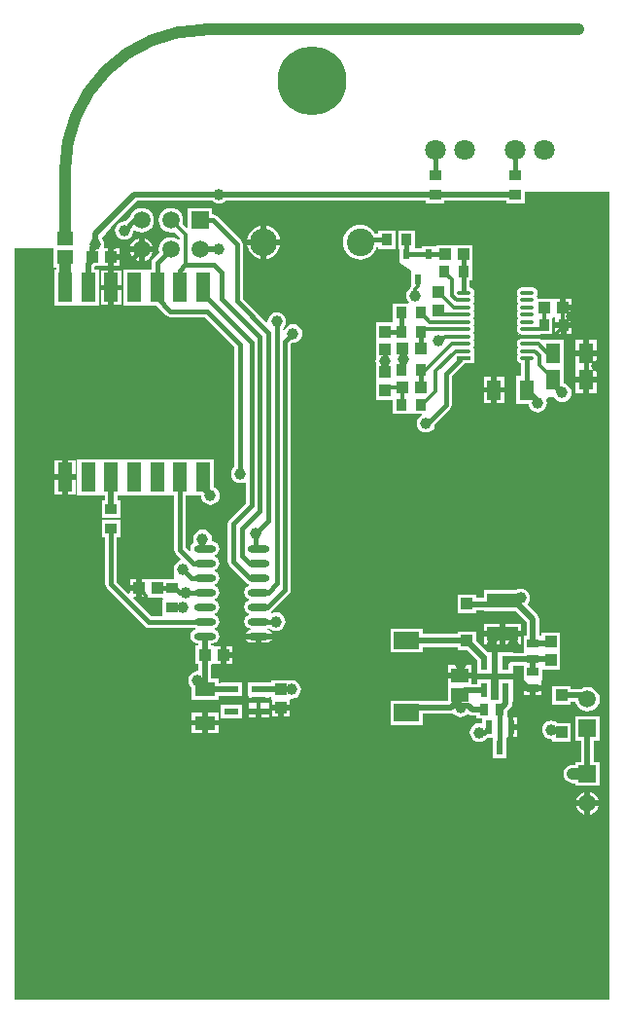
<source format=gbl>
G04 Layer_Physical_Order=2*
G04 Layer_Color=16711680*
%FSLAX43Y43*%
%MOMM*%
G71*
G01*
G75*
%ADD12C,0.500*%
%ADD13C,0.400*%
%ADD14C,1.000*%
%ADD18C,1.800*%
%ADD19C,2.400*%
%ADD20R,1.500X1.500*%
%ADD21C,1.500*%
%ADD22R,1.500X1.500*%
%ADD23C,1.000*%
%ADD24C,6.000*%
%ADD25R,1.000X1.000*%
%ADD26R,1.000X1.000*%
%ADD27R,1.000X0.900*%
%ADD28R,0.600X1.200*%
%ADD29R,1.500X1.300*%
%ADD30R,0.720X0.990*%
%ADD31R,0.600X1.300*%
%ADD32R,2.200X1.500*%
%ADD33R,1.200X0.300*%
%ADD34O,1.200X0.300*%
%ADD35R,1.300X0.600*%
%ADD36O,1.900X0.600*%
%ADD37R,1.300X2.500*%
%ADD38R,2.700X1.300*%
%ADD39R,0.990X0.720*%
%ADD40R,1.300X1.800*%
%ADD41R,1.400X1.200*%
%ADD42R,1.800X1.300*%
%ADD43R,0.900X1.000*%
%ADD44R,0.600X0.850*%
%ADD45C,0.300*%
%ADD46C,0.350*%
G36*
X51881Y119D02*
X119D01*
Y65483D01*
X3500Y65483D01*
Y63819D01*
X3693D01*
Y63600D01*
X3550D01*
Y60500D01*
X5450D01*
Y60500D01*
X5550D01*
Y60500D01*
X7450D01*
Y63600D01*
X7061D01*
Y63868D01*
X7112Y63919D01*
X7700D01*
Y63919D01*
X7746Y63965D01*
X8250D01*
Y64719D01*
Y65473D01*
X7945D01*
X7884Y65564D01*
X7881Y65600D01*
X7907Y65800D01*
X7879Y66009D01*
X7799Y66203D01*
X7718Y66309D01*
X8798Y67655D01*
X10741Y69598D01*
X17322D01*
X17329Y69588D01*
X17497Y69460D01*
X17691Y69379D01*
X17900Y69352D01*
X18109Y69379D01*
X18303Y69460D01*
X18471Y69588D01*
X18478Y69598D01*
X35930D01*
Y69400D01*
X37530D01*
Y69589D01*
X42930D01*
Y69400D01*
X44530D01*
Y70400D01*
X51881D01*
Y119D01*
D02*
G37*
%LPC*%
G36*
X11160Y68968D02*
X10886Y68932D01*
X10630Y68826D01*
X10411Y68658D01*
X10243Y68438D01*
X10172Y68268D01*
X9720Y67816D01*
X9644Y67826D01*
X9435Y67798D01*
X9241Y67718D01*
X9073Y67589D01*
X8945Y67422D01*
X8865Y67228D01*
X8837Y67019D01*
X8865Y66810D01*
X8945Y66615D01*
X9073Y66448D01*
X9241Y66320D01*
X9435Y66239D01*
X9644Y66212D01*
X9853Y66239D01*
X10047Y66320D01*
X10215Y66448D01*
X10343Y66615D01*
X10423Y66810D01*
X10445Y66974D01*
X10547Y67030D01*
X10576Y67033D01*
X10630Y66992D01*
X10886Y66886D01*
X11160Y66850D01*
X11434Y66886D01*
X11690Y66992D01*
X11909Y67160D01*
X12077Y67379D01*
X12183Y67635D01*
X12219Y67909D01*
X12183Y68183D01*
X12077Y68438D01*
X11909Y68658D01*
X11690Y68826D01*
X11434Y68932D01*
X11160Y68968D01*
D02*
G37*
G36*
X22050Y67434D02*
Y66250D01*
X23234D01*
X23217Y66380D01*
X23070Y66733D01*
X22837Y67037D01*
X22533Y67270D01*
X22180Y67417D01*
X22050Y67434D01*
D02*
G37*
G36*
X21550D02*
X21420Y67417D01*
X21067Y67270D01*
X20763Y67037D01*
X20530Y66733D01*
X20383Y66380D01*
X20366Y66250D01*
X21550D01*
Y67434D01*
D02*
G37*
G36*
X13700Y68968D02*
X13426Y68932D01*
X13170Y68826D01*
X12951Y68658D01*
X12783Y68438D01*
X12677Y68183D01*
X12641Y67909D01*
X12677Y67635D01*
X12783Y67379D01*
X12951Y67160D01*
X13170Y66992D01*
X13426Y66886D01*
X13700Y66850D01*
X13974Y66886D01*
X14019Y66905D01*
X14486Y66438D01*
Y66250D01*
X14359Y66187D01*
X14230Y66286D01*
X13974Y66392D01*
X13700Y66428D01*
X13426Y66392D01*
X13170Y66286D01*
X12951Y66118D01*
X12783Y65898D01*
X12677Y65643D01*
X12641Y65369D01*
X12677Y65095D01*
X12685Y65075D01*
X12140Y64529D01*
X12029Y64364D01*
X11990Y64169D01*
Y63600D01*
X11577D01*
X11550Y63600D01*
X11450D01*
X11423Y63600D01*
X9550D01*
Y60500D01*
X11423D01*
X11450Y60500D01*
X11550D01*
X11577Y60500D01*
X12447D01*
X13307Y59640D01*
X13473Y59529D01*
X13668Y59490D01*
X16653D01*
X19240Y56903D01*
Y46467D01*
X19179Y46421D01*
X19051Y46253D01*
X18971Y46059D01*
X18943Y45850D01*
X18971Y45641D01*
X19051Y45447D01*
X19179Y45279D01*
X19347Y45151D01*
X19541Y45071D01*
X19750Y45043D01*
X19959Y45071D01*
X20113Y45135D01*
X20240Y45072D01*
Y43314D01*
X18790Y41863D01*
X18679Y41698D01*
X18640Y41503D01*
Y38227D01*
X18679Y38032D01*
X18790Y37867D01*
X20207Y36450D01*
X20259Y36415D01*
X20284Y36377D01*
X20482Y36245D01*
X20508Y36240D01*
Y36110D01*
X20482Y36105D01*
X20284Y35973D01*
X20151Y35774D01*
X20105Y35540D01*
X20151Y35306D01*
X20284Y35107D01*
X20482Y34975D01*
X20508Y34970D01*
Y34840D01*
X20482Y34835D01*
X20284Y34703D01*
X20151Y34504D01*
X20105Y34270D01*
X20151Y34036D01*
X20284Y33837D01*
X20482Y33705D01*
X20508Y33700D01*
Y33570D01*
X20482Y33565D01*
X20284Y33433D01*
X20151Y33234D01*
X20105Y33000D01*
X20151Y32766D01*
X20284Y32567D01*
X20482Y32435D01*
X20626Y32406D01*
Y32277D01*
X20500Y32252D01*
X20317Y32129D01*
X20217Y31980D01*
X21366D01*
X22516D01*
X22416Y32129D01*
X22232Y32252D01*
X22107Y32277D01*
Y32406D01*
X22250Y32435D01*
X22285Y32458D01*
X22307Y32429D01*
X22474Y32301D01*
X22668Y32221D01*
X22877Y32193D01*
X23086Y32221D01*
X23281Y32301D01*
X23448Y32429D01*
X23576Y32597D01*
X23657Y32791D01*
X23684Y33000D01*
X23657Y33209D01*
X23576Y33403D01*
X23448Y33571D01*
X23281Y33699D01*
X23086Y33779D01*
X22877Y33807D01*
X22668Y33779D01*
X22474Y33699D01*
X22352Y33605D01*
X22339Y33611D01*
X22328Y33756D01*
X22449Y33837D01*
X22488Y33897D01*
X22508Y33910D01*
X24010Y35412D01*
X24121Y35578D01*
X24160Y35773D01*
Y57143D01*
X24274Y57257D01*
X24350Y57247D01*
X24559Y57275D01*
X24753Y57355D01*
X24921Y57483D01*
X25049Y57651D01*
X25129Y57845D01*
X25157Y58054D01*
X25129Y58263D01*
X25049Y58457D01*
X24921Y58625D01*
X24753Y58753D01*
X24559Y58833D01*
X24350Y58861D01*
X24141Y58833D01*
X23947Y58753D01*
X23779Y58625D01*
X23651Y58457D01*
X23587Y58302D01*
X23460Y58327D01*
Y58483D01*
X23521Y58529D01*
X23649Y58697D01*
X23729Y58891D01*
X23757Y59100D01*
X23729Y59309D01*
X23649Y59503D01*
X23521Y59671D01*
X23353Y59799D01*
X23159Y59879D01*
X22950Y59907D01*
X22741Y59879D01*
X22547Y59799D01*
X22379Y59671D01*
X22251Y59503D01*
X22171Y59309D01*
X22143Y59100D01*
X22144Y59092D01*
X22024Y59033D01*
X19960Y61097D01*
Y65833D01*
X19921Y66028D01*
X19810Y66193D01*
X19103Y66900D01*
X17734Y68269D01*
X17569Y68380D01*
X17374Y68419D01*
X17290D01*
Y68959D01*
X15190D01*
Y67270D01*
X15073Y67221D01*
X14704Y67590D01*
X14723Y67635D01*
X14759Y67909D01*
X14723Y68183D01*
X14617Y68438D01*
X14449Y68658D01*
X14230Y68826D01*
X13974Y68932D01*
X13700Y68968D01*
D02*
G37*
G36*
X11410Y66349D02*
Y65619D01*
X12140D01*
X12138Y65631D01*
X12037Y65875D01*
X11876Y66085D01*
X11666Y66246D01*
X11422Y66347D01*
X11410Y66349D01*
D02*
G37*
G36*
X10910D02*
X10898Y66347D01*
X10654Y66246D01*
X10444Y66085D01*
X10283Y65875D01*
X10182Y65631D01*
X10180Y65619D01*
X10910D01*
Y66349D01*
D02*
G37*
G36*
X30200Y67507D02*
X29906Y67478D01*
X29623Y67393D01*
X29363Y67253D01*
X29134Y67066D01*
X28947Y66837D01*
X28807Y66577D01*
X28722Y66294D01*
X28693Y66000D01*
X28722Y65706D01*
X28807Y65423D01*
X28947Y65163D01*
X29134Y64934D01*
X29363Y64747D01*
X29623Y64607D01*
X29906Y64522D01*
X30200Y64493D01*
X30494Y64522D01*
X30777Y64607D01*
X31037Y64747D01*
X31266Y64934D01*
X31453Y65163D01*
X31593Y65423D01*
X31674Y65690D01*
X31800D01*
Y65400D01*
X33300D01*
Y67000D01*
X31800D01*
Y66710D01*
X31521D01*
X31453Y66837D01*
X31266Y67066D01*
X31037Y67253D01*
X30777Y67393D01*
X30494Y67478D01*
X30200Y67507D01*
D02*
G37*
G36*
X9254Y65473D02*
X8750D01*
Y64969D01*
X9254D01*
Y65473D01*
D02*
G37*
G36*
X23234Y65750D02*
X22050D01*
Y64566D01*
X22180Y64583D01*
X22533Y64730D01*
X22837Y64963D01*
X23070Y65267D01*
X23217Y65620D01*
X23234Y65750D01*
D02*
G37*
G36*
X21550D02*
X20366D01*
X20383Y65620D01*
X20530Y65267D01*
X20763Y64963D01*
X21067Y64730D01*
X21420Y64583D01*
X21550Y64566D01*
Y65750D01*
D02*
G37*
G36*
X12140Y65119D02*
X11410D01*
Y64389D01*
X11422Y64391D01*
X11666Y64492D01*
X11876Y64653D01*
X12037Y64863D01*
X12138Y65107D01*
X12140Y65119D01*
D02*
G37*
G36*
X10910D02*
X10180D01*
X10182Y65107D01*
X10283Y64863D01*
X10444Y64653D01*
X10654Y64492D01*
X10898Y64391D01*
X10910Y64389D01*
Y65119D01*
D02*
G37*
G36*
X9254Y64469D02*
X8750D01*
Y63965D01*
X9254D01*
Y64469D01*
D02*
G37*
G36*
X9404Y63554D02*
X8750D01*
Y62300D01*
X9404D01*
Y63554D01*
D02*
G37*
G36*
X8250D02*
X7596D01*
Y62300D01*
X8250D01*
Y63554D01*
D02*
G37*
G36*
X48100Y61058D02*
Y60554D01*
X48604D01*
Y61058D01*
X48100D01*
D02*
G37*
G36*
X9404Y61800D02*
X8750D01*
Y60546D01*
X9404D01*
Y61800D01*
D02*
G37*
G36*
X8250D02*
X7596D01*
Y60546D01*
X8250D01*
Y61800D01*
D02*
G37*
G36*
X45200Y62070D02*
X44300D01*
X44124Y62035D01*
X43976Y61936D01*
X43876Y61787D01*
X43841Y61611D01*
X43876Y61436D01*
X43971Y61294D01*
X43876Y61152D01*
X43841Y60976D01*
X43876Y60801D01*
X43971Y60659D01*
X43876Y60517D01*
X43841Y60341D01*
X43876Y60166D01*
X43971Y60024D01*
X43876Y59882D01*
X43841Y59706D01*
X43876Y59531D01*
X43971Y59389D01*
X43876Y59247D01*
X43841Y59071D01*
X43876Y58896D01*
X43971Y58754D01*
X43876Y58612D01*
X43841Y58436D01*
X43876Y58261D01*
X43976Y58112D01*
X44007Y58091D01*
X43926Y57969D01*
X44066Y58051D01*
X44066D01*
X44124Y58012D01*
X44300Y57978D01*
X44750D01*
Y57625D01*
X44300D01*
X44124Y57590D01*
X44066Y57551D01*
X44066D01*
X43926Y57633D01*
X44007Y57512D01*
X43976Y57491D01*
X43876Y57342D01*
X43841Y57166D01*
X43876Y56991D01*
X43971Y56849D01*
X43876Y56707D01*
X43841Y56531D01*
X43876Y56356D01*
X43971Y56214D01*
X43876Y56072D01*
X43841Y55896D01*
X43876Y55721D01*
X43976Y55572D01*
X44124Y55473D01*
X44240Y55449D01*
Y54354D01*
X43800D01*
Y51954D01*
X44850D01*
X44871Y51795D01*
X44951Y51601D01*
X45079Y51433D01*
X45247Y51305D01*
X45441Y51225D01*
X45650Y51197D01*
X45859Y51225D01*
X46053Y51305D01*
X46221Y51433D01*
X46349Y51601D01*
X46429Y51795D01*
X46457Y52004D01*
X46429Y52213D01*
X46379Y52333D01*
X46547Y52501D01*
X47101D01*
X47229Y52333D01*
X47397Y52205D01*
X47591Y52125D01*
X47800Y52097D01*
X48009Y52125D01*
X48203Y52205D01*
X48371Y52333D01*
X48499Y52501D01*
X48579Y52695D01*
X48607Y52904D01*
X48579Y53113D01*
X48499Y53307D01*
X48371Y53475D01*
X48203Y53603D01*
X48009Y53683D01*
X47920Y53695D01*
Y55254D01*
X47920D01*
Y57554D01*
X46020D01*
Y57554D01*
X45981Y57533D01*
X45896Y57590D01*
X45720Y57625D01*
X45706D01*
X45602Y57752D01*
X45612Y57801D01*
X45602Y57851D01*
X45706Y57978D01*
X45832D01*
X45965Y58004D01*
X46950D01*
Y59414D01*
X47040Y59504D01*
X47050D01*
X47069Y59512D01*
X47196Y59428D01*
Y59054D01*
X47900D01*
X48604D01*
Y59558D01*
X48604D01*
Y60054D01*
X47850D01*
Y60304D01*
X47600D01*
Y61058D01*
X47158D01*
X47050Y61104D01*
X46988Y61104D01*
X45633D01*
X45624Y61152D01*
X45529Y61294D01*
X45624Y61436D01*
X45659Y61611D01*
X45624Y61787D01*
X45524Y61936D01*
X45376Y62035D01*
X45200Y62070D01*
D02*
G37*
G36*
X48604Y58554D02*
X48150D01*
Y58050D01*
X48604D01*
Y58554D01*
D02*
G37*
G36*
X47650D02*
X47196D01*
Y58050D01*
X47650D01*
Y58554D01*
D02*
G37*
G36*
X50774Y57508D02*
X50120D01*
Y56604D01*
X50774D01*
Y57508D01*
D02*
G37*
G36*
X49620D02*
X48966D01*
Y56604D01*
X49620D01*
Y57508D01*
D02*
G37*
G36*
X50774Y56104D02*
X49870D01*
X48966D01*
Y55200D01*
Y54304D01*
X49870D01*
X50774D01*
Y55200D01*
Y56104D01*
D02*
G37*
G36*
X42754Y54308D02*
X42100D01*
Y53404D01*
X42754D01*
Y54308D01*
D02*
G37*
G36*
X41600D02*
X40946D01*
Y53404D01*
X41600D01*
Y54308D01*
D02*
G37*
G36*
X50774Y53804D02*
X50120D01*
Y52900D01*
X50774D01*
Y53804D01*
D02*
G37*
G36*
X49620D02*
X48966D01*
Y52900D01*
X49620D01*
Y53804D01*
D02*
G37*
G36*
X42754Y52904D02*
X42100D01*
Y52000D01*
X42754D01*
Y52904D01*
D02*
G37*
G36*
X41600D02*
X40946D01*
Y52000D01*
X41600D01*
Y52904D01*
D02*
G37*
G36*
X35000Y67000D02*
X33500D01*
Y65400D01*
X33650D01*
Y64229D01*
X34600Y63529D01*
Y62161D01*
X34576Y62126D01*
X34557Y62032D01*
X34429Y61933D01*
X34301Y61766D01*
X34221Y61572D01*
X34193Y61363D01*
X34221Y61154D01*
X34301Y60959D01*
X34429Y60792D01*
X34444Y60781D01*
X34401Y60654D01*
X33050D01*
Y59054D01*
X32930Y59036D01*
X31550D01*
Y57563D01*
X31550Y57436D01*
X31550D01*
Y57436D01*
X31550D01*
Y55836D01*
X31550D01*
X31567Y55817D01*
X31543Y55632D01*
X31561Y55494D01*
X31550Y55482D01*
X31550D01*
Y53882D01*
Y52282D01*
X33050D01*
Y51082D01*
X35537D01*
X35562Y50955D01*
X35527Y50940D01*
X35359Y50812D01*
X35231Y50645D01*
X35151Y50450D01*
X35123Y50241D01*
X35151Y50032D01*
X35231Y49838D01*
X35359Y49671D01*
X35527Y49542D01*
X35721Y49462D01*
X35930Y49434D01*
X36139Y49462D01*
X36333Y49542D01*
X36501Y49671D01*
X36629Y49838D01*
X36709Y50032D01*
X36732Y50206D01*
X38010Y51485D01*
X38121Y51650D01*
X38160Y51845D01*
Y54330D01*
X39234Y55405D01*
X39262Y55446D01*
X40150D01*
Y56346D01*
X40150Y56346D01*
X40150D01*
X40147Y56473D01*
X40159Y56531D01*
X40124Y56707D01*
X40029Y56849D01*
X40124Y56991D01*
X40159Y57166D01*
X40124Y57342D01*
X40029Y57484D01*
X40124Y57626D01*
X40159Y57801D01*
X40124Y57977D01*
X40029Y58119D01*
X40124Y58261D01*
X40159Y58436D01*
X40124Y58612D01*
X40029Y58754D01*
X40124Y58896D01*
X40159Y59071D01*
X40124Y59247D01*
X40029Y59389D01*
X40124Y59531D01*
X40159Y59706D01*
X40124Y59882D01*
X40029Y60024D01*
X40124Y60166D01*
X40159Y60341D01*
X40124Y60517D01*
X40029Y60659D01*
X40124Y60801D01*
X40159Y60976D01*
X40124Y61152D01*
X40029Y61294D01*
X40124Y61436D01*
X40159Y61611D01*
X40124Y61787D01*
X40024Y61936D01*
X39876Y62035D01*
X39760Y62058D01*
Y62654D01*
X40000D01*
Y64154D01*
Y65754D01*
X36800D01*
Y65754D01*
X36750Y65679D01*
X35550D01*
Y65464D01*
X35000D01*
Y67000D01*
D02*
G37*
G36*
X15550Y47100D02*
X15450D01*
X15423Y47100D01*
X13577D01*
X13550Y47100D01*
X13450D01*
X13423Y47100D01*
X11577D01*
X11550Y47100D01*
X11450D01*
X11423Y47100D01*
X9577D01*
X9550Y47100D01*
X9450D01*
X9423Y47100D01*
X7577D01*
X7550Y47100D01*
X7450D01*
X7423Y47100D01*
X5550D01*
Y44000D01*
X7423D01*
X7450Y44000D01*
X7550D01*
X7577Y44000D01*
X7939D01*
Y43519D01*
X7700D01*
Y42019D01*
X9300D01*
Y43519D01*
X9061D01*
Y44000D01*
X9423D01*
X9450Y44000D01*
X9550D01*
X9577Y44000D01*
X11423D01*
X11450Y44000D01*
X11550D01*
X11577Y44000D01*
X13423D01*
X13450Y44000D01*
X13550D01*
X13577Y44000D01*
X13990D01*
Y39266D01*
X14029Y39071D01*
X14140Y38906D01*
X14574Y38472D01*
X14528Y38338D01*
X14374Y38274D01*
X14207Y38146D01*
X14078Y37978D01*
X13998Y37784D01*
X13970Y37575D01*
Y36650D01*
X13300D01*
Y36700D01*
X11700D01*
Y36700D01*
X11654Y36654D01*
X11150D01*
Y35900D01*
Y35146D01*
X11592D01*
X11700Y35100D01*
X11700Y35100D01*
Y35100D01*
X12961D01*
X13010Y34983D01*
X12977Y34950D01*
Y33460D01*
X12024D01*
X10455Y35029D01*
X10504Y35146D01*
X10650D01*
Y35650D01*
X10146D01*
Y35504D01*
X10029Y35455D01*
X9010Y36474D01*
Y40319D01*
X9300D01*
Y41819D01*
X7700D01*
Y40319D01*
X7990D01*
Y36263D01*
X8029Y36068D01*
X8140Y35902D01*
X11452Y32590D01*
X11618Y32479D01*
X11813Y32440D01*
X15774D01*
X15782Y32435D01*
X15808Y32430D01*
Y32300D01*
X15782Y32295D01*
X15584Y32163D01*
X15451Y31964D01*
X15405Y31730D01*
X15451Y31496D01*
X15584Y31297D01*
X15782Y31165D01*
X16016Y31118D01*
X16106D01*
Y30900D01*
X15866D01*
Y29300D01*
X16106D01*
Y28756D01*
X16050Y28707D01*
X15841Y28679D01*
X15647Y28599D01*
X15479Y28471D01*
X15351Y28303D01*
X15271Y28109D01*
X15243Y27900D01*
X15271Y27691D01*
X15351Y27497D01*
X15479Y27329D01*
X15483Y27327D01*
Y26150D01*
X17883D01*
Y26539D01*
X18027D01*
Y26500D01*
X19927D01*
Y27700D01*
X18027D01*
Y27661D01*
X17883D01*
Y28050D01*
X17227D01*
Y29210D01*
X17317Y29300D01*
X17466Y29300D01*
X17574Y29346D01*
X18016D01*
Y30100D01*
Y30854D01*
X17574D01*
X17466Y30900D01*
X17404Y30900D01*
X17227D01*
Y31118D01*
X17316D01*
X17550Y31165D01*
X17749Y31297D01*
X17881Y31496D01*
X17928Y31730D01*
X17881Y31964D01*
X17749Y32163D01*
X17550Y32295D01*
X17525Y32300D01*
Y32430D01*
X17550Y32435D01*
X17749Y32567D01*
X17881Y32766D01*
X17928Y33000D01*
X17881Y33234D01*
X17749Y33433D01*
X17550Y33565D01*
X17525Y33570D01*
Y33700D01*
X17550Y33705D01*
X17749Y33837D01*
X17881Y34036D01*
X17928Y34270D01*
X17881Y34504D01*
X17749Y34703D01*
X17550Y34835D01*
X17525Y34840D01*
Y34970D01*
X17550Y34975D01*
X17749Y35107D01*
X17881Y35306D01*
X17928Y35540D01*
X17881Y35774D01*
X17749Y35973D01*
X17550Y36105D01*
X17525Y36110D01*
Y36240D01*
X17550Y36245D01*
X17749Y36377D01*
X17881Y36576D01*
X17928Y36810D01*
X17881Y37044D01*
X17749Y37243D01*
X17550Y37375D01*
X17525Y37380D01*
Y37510D01*
X17550Y37515D01*
X17749Y37647D01*
X17881Y37846D01*
X17928Y38080D01*
X17881Y38314D01*
X17749Y38513D01*
X17550Y38645D01*
X17525Y38650D01*
Y38780D01*
X17550Y38785D01*
X17749Y38917D01*
X17881Y39116D01*
X17928Y39350D01*
X17881Y39584D01*
X17749Y39783D01*
X17550Y39915D01*
X17374Y39950D01*
X17312Y39972D01*
X17269Y40089D01*
X17284Y40201D01*
X17257Y40410D01*
X17176Y40605D01*
X17048Y40772D01*
X16881Y40900D01*
X16686Y40981D01*
X16477Y41008D01*
X16268Y40981D01*
X16074Y40900D01*
X15907Y40772D01*
X15778Y40605D01*
X15698Y40410D01*
X15670Y40201D01*
X15698Y39992D01*
X15741Y39888D01*
X15584Y39783D01*
X15451Y39584D01*
X15405Y39350D01*
X15426Y39241D01*
X15309Y39178D01*
X15010Y39478D01*
Y44000D01*
X15423D01*
X15450Y44000D01*
X15550D01*
X15577Y44000D01*
X16299D01*
X16343Y43950D01*
X16371Y43741D01*
X16451Y43547D01*
X16579Y43379D01*
X16747Y43251D01*
X16941Y43171D01*
X17150Y43143D01*
X17359Y43171D01*
X17553Y43251D01*
X17721Y43379D01*
X17849Y43547D01*
X17929Y43741D01*
X17957Y43950D01*
X17929Y44159D01*
X17849Y44353D01*
X17721Y44521D01*
X17553Y44649D01*
X17450Y44692D01*
Y47100D01*
X15577D01*
X15550Y47100D01*
D02*
G37*
G36*
X5404Y47054D02*
X4750D01*
Y45800D01*
X5404D01*
Y47054D01*
D02*
G37*
G36*
X4250D02*
X3596D01*
Y45800D01*
X4250D01*
Y47054D01*
D02*
G37*
G36*
X5404Y45300D02*
X4750D01*
Y44046D01*
X5404D01*
Y45300D01*
D02*
G37*
G36*
X4250D02*
X3596D01*
Y44046D01*
X4250D01*
Y45300D01*
D02*
G37*
G36*
X10650Y36654D02*
X10146D01*
Y36150D01*
X10650D01*
Y36654D01*
D02*
G37*
G36*
X44200Y35857D02*
X43991Y35829D01*
X43824Y35760D01*
X40950D01*
Y35071D01*
X40300D01*
Y35350D01*
X38700D01*
Y33750D01*
X40300D01*
Y33949D01*
X40950D01*
Y33860D01*
X43807D01*
X44689Y32978D01*
Y31800D01*
X44455D01*
Y30547D01*
X44455Y30480D01*
X44455Y30361D01*
X44365Y30271D01*
X43490D01*
Y30350D01*
X42290D01*
Y30304D01*
X42190D01*
Y29400D01*
Y28496D01*
X42290D01*
Y28450D01*
X43490D01*
Y29149D01*
X44455D01*
Y27952D01*
X44455Y27950D01*
X44501Y27842D01*
X44501Y27823D01*
Y27480D01*
X45999D01*
Y27823D01*
X45999Y27842D01*
X46045Y27950D01*
X46045Y27952D01*
Y28850D01*
X47600D01*
Y30323D01*
X47600Y30429D01*
X47600Y30577D01*
Y32050D01*
X46000D01*
Y31800D01*
X45811D01*
Y33210D01*
X45768Y33425D01*
X45647Y33607D01*
X44772Y34481D01*
X44899Y34647D01*
X44979Y34841D01*
X45007Y35050D01*
X44979Y35259D01*
X44899Y35453D01*
X44771Y35621D01*
X44603Y35749D01*
X44409Y35829D01*
X44200Y35857D01*
D02*
G37*
G36*
X44204Y32814D02*
X42850D01*
Y32160D01*
X44204D01*
Y32814D01*
D02*
G37*
G36*
X42350D02*
X40996D01*
Y32160D01*
X42350D01*
Y32814D01*
D02*
G37*
G36*
X22516Y31480D02*
X21616D01*
Y31165D01*
X22016D01*
X22232Y31208D01*
X22416Y31331D01*
X22516Y31480D01*
D02*
G37*
G36*
X21116D02*
X20217D01*
X20317Y31331D01*
X20500Y31208D01*
X20716Y31165D01*
X21116D01*
Y31480D01*
D02*
G37*
G36*
X44204Y31660D02*
X42850D01*
Y31006D01*
X44204D01*
Y31660D01*
D02*
G37*
G36*
X42350D02*
X40996D01*
Y31006D01*
X42350D01*
Y31660D01*
D02*
G37*
G36*
X18516Y30854D02*
Y30350D01*
X19020D01*
Y30854D01*
X18516D01*
D02*
G37*
G36*
X19020Y29850D02*
X18516D01*
Y29346D01*
X19020D01*
Y29850D01*
D02*
G37*
G36*
X39904Y29204D02*
X39150D01*
Y28550D01*
X39904D01*
Y29204D01*
D02*
G37*
G36*
X38650D02*
X37896D01*
Y28550D01*
X38650D01*
Y29204D01*
D02*
G37*
G36*
X35650Y32400D02*
X32850D01*
Y30300D01*
X35650D01*
Y30789D01*
X38700D01*
Y30550D01*
X39507D01*
X40390Y29667D01*
Y28450D01*
X41590D01*
Y28496D01*
X41690D01*
Y29400D01*
Y30304D01*
X41590D01*
Y30350D01*
X41293D01*
X40300Y31343D01*
Y32150D01*
X38700D01*
Y31911D01*
X35650D01*
Y32400D01*
D02*
G37*
G36*
X24227Y27907D02*
X24079Y27887D01*
X24064Y27900D01*
Y27900D01*
X22464D01*
Y27661D01*
X22327D01*
Y27700D01*
X20427D01*
Y26500D01*
X20473D01*
Y26400D01*
X21377D01*
X22281D01*
Y26458D01*
X22362Y26491D01*
X22442Y26471D01*
X22464Y26449D01*
X22464Y26300D01*
X22510Y26192D01*
Y25750D01*
X24018D01*
Y26192D01*
X24028Y26215D01*
X24123Y26307D01*
X24227Y26293D01*
X24436Y26321D01*
X24631Y26401D01*
X24798Y26529D01*
X24926Y26697D01*
X25007Y26891D01*
X25034Y27100D01*
X25007Y27309D01*
X24926Y27503D01*
X24798Y27671D01*
X24631Y27799D01*
X24436Y27879D01*
X24227Y27907D01*
D02*
G37*
G36*
X45999Y26980D02*
X45500D01*
Y26616D01*
X45999D01*
Y26980D01*
D02*
G37*
G36*
X45000D02*
X44501D01*
Y26616D01*
X45000D01*
Y26980D01*
D02*
G37*
G36*
X22281Y25900D02*
X21377D01*
X20473D01*
Y25596D01*
Y25450D01*
X21377D01*
X22281D01*
Y25596D01*
Y25900D01*
D02*
G37*
G36*
X48550Y27390D02*
X46950D01*
Y25790D01*
X48550D01*
Y26029D01*
X48969D01*
X48977Y25966D01*
X49083Y25710D01*
X49251Y25491D01*
X49470Y25323D01*
X49726Y25217D01*
X50000Y25181D01*
X50274Y25217D01*
X50530Y25323D01*
X50749Y25491D01*
X50917Y25710D01*
X51023Y25966D01*
X51059Y26240D01*
X51023Y26514D01*
X50917Y26770D01*
X50749Y26989D01*
X50530Y27157D01*
X50274Y27263D01*
X50000Y27299D01*
X49726Y27263D01*
X49470Y27157D01*
X49462Y27151D01*
X48550D01*
Y27390D01*
D02*
G37*
G36*
X24018Y25250D02*
X23514D01*
Y24746D01*
X24018D01*
Y25250D01*
D02*
G37*
G36*
X23014D02*
X22510D01*
Y24746D01*
X23014D01*
Y25250D01*
D02*
G37*
G36*
X22281Y24950D02*
X21627D01*
Y24646D01*
X22281D01*
Y24950D01*
D02*
G37*
G36*
X21127D02*
X20473D01*
Y24646D01*
X21127D01*
Y24950D01*
D02*
G37*
G36*
X19927Y25800D02*
X18027D01*
Y24600D01*
X19927D01*
Y25800D01*
D02*
G37*
G36*
X17837Y25104D02*
X16933D01*
Y24450D01*
X17837D01*
Y25104D01*
D02*
G37*
G36*
X16433D02*
X15529D01*
Y24450D01*
X16433D01*
Y25104D01*
D02*
G37*
G36*
X39904Y28050D02*
X38900D01*
X37896D01*
Y27550D01*
X37850D01*
Y26111D01*
X34750D01*
X34696Y26100D01*
X32850D01*
Y24000D01*
X35650D01*
Y24989D01*
X38100D01*
X38303Y25030D01*
X38379Y24929D01*
X38547Y24801D01*
X38741Y24721D01*
X38950Y24693D01*
X39159Y24721D01*
X39353Y24801D01*
X39521Y24929D01*
X39544Y24960D01*
X39593Y24963D01*
X39775Y24842D01*
X39990Y24799D01*
X40330D01*
Y24565D01*
X40820D01*
Y24230D01*
X40693Y24138D01*
X40550Y24157D01*
X40341Y24129D01*
X40147Y24049D01*
X39979Y23921D01*
X39851Y23753D01*
X39771Y23559D01*
X39743Y23350D01*
X39771Y23141D01*
X39851Y22947D01*
X39979Y22779D01*
X40147Y22651D01*
X40341Y22571D01*
X40550Y22543D01*
X40759Y22571D01*
X40953Y22651D01*
X41121Y22779D01*
X41221Y22910D01*
X41643D01*
X41770Y22910D01*
Y21110D01*
X42970D01*
Y22910D01*
X43070Y22953D01*
Y23810D01*
Y24664D01*
X43030D01*
Y25227D01*
X43287Y25483D01*
X43408Y25665D01*
X43451Y25880D01*
Y26050D01*
X43490D01*
Y27950D01*
X42290D01*
Y26155D01*
X41710D01*
X41710Y26155D01*
X41590Y26172D01*
Y27950D01*
X40390D01*
Y27561D01*
X39904D01*
Y28050D01*
D02*
G37*
G36*
X43874Y24664D02*
X43570D01*
Y24060D01*
X43874D01*
Y24664D01*
D02*
G37*
G36*
X17837Y23950D02*
X16933D01*
Y23296D01*
X17837D01*
Y23950D01*
D02*
G37*
G36*
X16433D02*
X15529D01*
Y23296D01*
X16433D01*
Y23950D01*
D02*
G37*
G36*
X43874Y23560D02*
X43570D01*
Y22956D01*
X43874D01*
Y23560D01*
D02*
G37*
G36*
X46850Y24397D02*
X46641Y24369D01*
X46447Y24289D01*
X46279Y24161D01*
X46151Y23993D01*
X46071Y23799D01*
X46043Y23590D01*
X46071Y23381D01*
X46151Y23187D01*
X46279Y23019D01*
X46447Y22891D01*
X46641Y22811D01*
X46850Y22783D01*
X46855Y22784D01*
X46950Y22700D01*
Y22590D01*
X48550D01*
Y24190D01*
X47382D01*
X47253Y24289D01*
X47059Y24369D01*
X46850Y24397D01*
D02*
G37*
G36*
X51050Y24750D02*
X48950D01*
Y22650D01*
X49439D01*
Y20800D01*
X48950D01*
Y20557D01*
X48730D01*
X48521Y20529D01*
X48327Y20449D01*
X48159Y20321D01*
X48031Y20153D01*
X47951Y19959D01*
X47923Y19750D01*
X47951Y19541D01*
X48031Y19347D01*
X48159Y19179D01*
X48327Y19051D01*
X48521Y18971D01*
X48730Y18943D01*
X48950D01*
Y18700D01*
X51050D01*
Y20800D01*
X50561D01*
Y22650D01*
X51050D01*
Y24750D01*
D02*
G37*
G36*
X50250Y18190D02*
Y17460D01*
X50980D01*
X50978Y17472D01*
X50877Y17716D01*
X50716Y17926D01*
X50506Y18087D01*
X50262Y18188D01*
X50250Y18190D01*
D02*
G37*
G36*
X49750D02*
X49738Y18188D01*
X49494Y18087D01*
X49284Y17926D01*
X49123Y17716D01*
X49022Y17472D01*
X49020Y17460D01*
X49750D01*
Y18190D01*
D02*
G37*
G36*
X50980Y16960D02*
X50250D01*
Y16230D01*
X50262Y16232D01*
X50506Y16333D01*
X50716Y16494D01*
X50877Y16704D01*
X50978Y16948D01*
X50980Y16960D01*
D02*
G37*
G36*
X49750D02*
X49020D01*
X49022Y16948D01*
X49123Y16704D01*
X49284Y16494D01*
X49494Y16333D01*
X49738Y16232D01*
X49750Y16230D01*
Y16960D01*
D02*
G37*
%LPD*%
D12*
X46970Y53734D02*
Y54054D01*
Y53734D02*
X47800Y52904D01*
X39500Y34510D02*
X43950D01*
X42600Y34810D02*
X42960D01*
X21377Y27100D02*
X24227D01*
X38900Y26600D02*
X39300Y27000D01*
X40990D01*
X50000Y19750D02*
Y23200D01*
X43200Y29710D02*
X45250D01*
Y29760D01*
Y28610D02*
Y29710D01*
X46690Y29760D02*
X46800Y29650D01*
X45250Y29760D02*
X46690D01*
X46640Y31090D02*
X46750Y31200D01*
X45250Y31090D02*
X46640D01*
X43950Y34510D02*
X45250Y33210D01*
Y31090D02*
Y33210D01*
X42890Y29400D02*
X43200Y29710D01*
X42370Y25360D02*
X42890Y25880D01*
Y27000D01*
X40990Y29400D02*
Y29860D01*
X39500Y31350D02*
X40990Y29860D01*
X34250Y31350D02*
X39500D01*
X40990Y29400D02*
X40990Y29400D01*
X47750Y26590D02*
X50200D01*
X6900Y64500D02*
Y64719D01*
X6500Y64100D02*
X6900Y64500D01*
X8500Y42769D02*
Y45550D01*
X6900Y64719D02*
Y65600D01*
X7100Y65800D01*
X47690Y23450D02*
X47740Y23400D01*
X46836Y23450D02*
X47690D01*
X39990Y25360D02*
X40990D01*
X38750Y25700D02*
X39650D01*
X39990Y25360D01*
X38750Y25700D02*
X38950Y25500D01*
X34250Y25050D02*
X34750Y25550D01*
X38100D01*
X38900Y26350D01*
X16477Y39539D02*
Y40201D01*
Y39539D02*
X16666Y39350D01*
X13777Y34200D02*
X14777D01*
X16666Y27127D02*
Y31730D01*
X16639Y27100D02*
X16666Y27127D01*
X16639Y27100D02*
X16683D01*
X18927Y27100D01*
X6500Y62050D02*
Y64100D01*
X16240Y65369D02*
X17900D01*
X36730Y70150D02*
X43730D01*
X36721Y70159D02*
X36730Y70150D01*
X17900Y70159D02*
X36721D01*
X7100Y65800D02*
Y66750D01*
X10509Y70159D01*
X17900D01*
D13*
X14500Y61200D02*
Y62050D01*
X32350Y58236D02*
X33800D01*
X30200Y65600D02*
X30800Y66200D01*
X39250Y63454D02*
Y64904D01*
X30800Y66200D02*
X32550D01*
X34250Y66200D02*
X34250Y66200D01*
Y64954D02*
Y66200D01*
X32350Y54682D02*
Y55632D01*
Y56632D01*
X35500Y53382D02*
Y54432D01*
X34250Y64954D02*
X36150D01*
X37600D01*
X37650Y51845D02*
Y54541D01*
X42370Y25360D02*
X42370Y22010D01*
X35500Y56804D02*
Y58236D01*
X16697Y39320D02*
X17385D01*
X39250Y61834D02*
Y63454D01*
X44750Y53154D02*
Y55739D01*
X33800Y58336D02*
Y59854D01*
X37600Y64954D02*
X37600Y64954D01*
X37650Y54541D02*
X38874Y55765D01*
X36730Y71850D02*
Y74000D01*
X43730Y71850D02*
Y74000D01*
X49870Y54054D02*
Y56354D01*
X20567Y36810D02*
X21366D01*
X20547Y38080D02*
X21366D01*
Y35540D02*
X22167D01*
X21366Y34270D02*
X22147Y34270D01*
X40960Y23350D02*
X41410Y23800D01*
X40550Y23350D02*
X40960D01*
X36046Y50241D02*
X37650Y51845D01*
X35930Y50241D02*
X36046D01*
X21366Y33000D02*
X22877D01*
X45650Y52004D02*
Y52254D01*
X44750Y53154D02*
X44750Y53154D01*
X45650Y52254D01*
X13777Y35850D02*
X14177D01*
X14527Y35500D01*
X12500Y35900D02*
X13727D01*
X16626Y35500D02*
X16666Y35540D01*
X14963Y35500D02*
X16626D01*
X14527D02*
X14963D01*
X16500Y44600D02*
Y45550D01*
X17450Y64000D02*
X18100Y63350D01*
X16500Y61500D02*
Y62050D01*
X21077Y39639D02*
Y40669D01*
Y39639D02*
X21366Y39350D01*
X15686Y38080D02*
X16666D01*
X15542Y36810D02*
X16666D01*
X14777Y37575D02*
X15542Y36810D01*
X16616Y32950D02*
X16666Y33000D01*
X8500Y36263D02*
X11813Y32950D01*
X16616D01*
X8500Y36263D02*
Y41069D01*
X18100Y61079D02*
Y63350D01*
X19873Y38754D02*
X20547Y38080D01*
X19150Y38227D02*
X20567Y36810D01*
X16500Y44600D02*
X17150Y43950D01*
X12500Y61168D02*
Y61750D01*
Y61168D02*
X13668Y60000D01*
X16864D01*
X12500Y62050D02*
Y64169D01*
X13700Y65369D01*
X22147Y34270D02*
X23650Y35773D01*
X22167Y35540D02*
X22950Y36323D01*
X19873Y38754D02*
Y41073D01*
X19150Y38227D02*
Y41503D01*
X21077Y40669D02*
X22200Y41792D01*
X18100Y61079D02*
X21450Y57729D01*
X19873Y41073D02*
X21450Y42650D01*
Y57729D01*
X19750Y45850D02*
Y57114D01*
X20750Y43103D02*
Y57250D01*
X16864Y60000D02*
X19750Y57114D01*
X19150Y41503D02*
X20750Y43103D01*
X16500Y61500D02*
X20750Y57250D01*
X14500Y39266D02*
X15686Y38080D01*
X14500Y39266D02*
Y45550D01*
X14940Y64000D02*
X17450D01*
X14500Y62050D02*
Y63560D01*
X14940Y64000D01*
X22950Y36323D02*
Y59304D01*
X22200Y41792D02*
Y58136D01*
X23650Y35773D02*
Y57354D01*
X24350Y58054D01*
X9644Y67019D02*
X10534Y67909D01*
X11160D01*
X19450Y60886D02*
X22200Y58136D01*
X16240Y67909D02*
X17374D01*
X19450Y60886D02*
Y65833D01*
X17374Y67909D02*
X18743Y66540D01*
X19450Y65833D01*
X8500Y64719D02*
Y65477D01*
X8873Y65850D01*
X9890D01*
X9950Y64200D02*
X9991D01*
X11160Y65369D01*
D14*
X16663Y84479D02*
G03*
X4500Y72315I0J-12163D01*
G01*
X50000Y19750D02*
X50000Y19750D01*
X48730Y19750D02*
X50000D01*
X16663Y84500D02*
X49200D01*
X4500Y66319D02*
Y72315D01*
X4500Y62050D02*
Y64719D01*
D18*
X43730Y74000D02*
D03*
X46270D02*
D03*
X36730D02*
D03*
X39270D02*
D03*
D19*
X30200Y66000D02*
D03*
X21800D02*
D03*
D20*
X50000Y19750D02*
D03*
Y23700D02*
D03*
D21*
Y17210D02*
D03*
Y26240D02*
D03*
X16240Y65369D02*
D03*
X13700Y67909D02*
D03*
Y65369D02*
D03*
X11160Y67909D02*
D03*
Y65369D02*
D03*
D22*
X16240Y67909D02*
D03*
D23*
X14777Y34200D02*
D03*
X45650Y52004D02*
D03*
X47800Y52904D02*
D03*
X44200Y35050D02*
D03*
X32350Y55632D02*
D03*
X36975Y57429D02*
D03*
X33950Y55832D02*
D03*
X38950Y25500D02*
D03*
X34250Y36650D02*
D03*
X48730Y19750D02*
D03*
X38950Y29260D02*
D03*
X41700Y30925D02*
D03*
X43500Y31010D02*
D03*
X24227Y27100D02*
D03*
X10146Y32529D02*
D03*
X17941Y22450D02*
D03*
X50200Y1550D02*
D03*
X17900Y1500D02*
D03*
X33850D02*
D03*
X1500D02*
D03*
X49750Y68500D02*
D03*
X34000Y20400D02*
D03*
X1800Y22750D02*
D03*
X49750Y52100D02*
D03*
X17727Y41700D02*
D03*
X1250Y64529D02*
D03*
X50050Y38511D02*
D03*
X48600Y59554D02*
D03*
X34364Y68700D02*
D03*
X50774Y55200D02*
D03*
X39450Y68689D02*
D03*
X23550Y61474D02*
D03*
X33525Y39740D02*
D03*
X46850Y23590D02*
D03*
X9644Y67019D02*
D03*
X29900Y56900D02*
D03*
X40550Y23350D02*
D03*
X33750Y49850D02*
D03*
X35930Y50241D02*
D03*
X35000Y61363D02*
D03*
X7100Y65800D02*
D03*
X14963Y35500D02*
D03*
X21077Y40669D02*
D03*
X16477Y40201D02*
D03*
X14777Y37575D02*
D03*
X12300Y34150D02*
D03*
X16050Y27900D02*
D03*
X22877Y33000D02*
D03*
X1800Y33250D02*
D03*
X900Y51150D02*
D03*
X17150Y43950D02*
D03*
X19750Y45850D02*
D03*
X22950Y59100D02*
D03*
X24350Y58054D02*
D03*
X9950Y64200D02*
D03*
X17900Y65369D02*
D03*
Y70159D02*
D03*
D24*
X26000Y80000D02*
D03*
D25*
X33850Y53382D02*
D03*
X35450Y53382D02*
D03*
X10900Y35900D02*
D03*
X12500D02*
D03*
X18266Y30100D02*
D03*
X16666Y30100D02*
D03*
X8500Y64719D02*
D03*
X6900D02*
D03*
X39200Y64954D02*
D03*
X37600D02*
D03*
X47850Y60304D02*
D03*
X46250D02*
D03*
X33850Y56754D02*
D03*
X35450D02*
D03*
D26*
X32350Y56636D02*
D03*
Y58236D02*
D03*
X46800Y29650D02*
D03*
X46800Y31250D02*
D03*
X47750Y26590D02*
D03*
Y23390D02*
D03*
X39500Y31350D02*
D03*
X39500Y34550D02*
D03*
X37000Y61654D02*
D03*
Y60054D02*
D03*
X23264Y25500D02*
D03*
Y27100D02*
D03*
X32350Y54682D02*
D03*
Y53082D02*
D03*
D27*
X13777Y34200D02*
D03*
Y35900D02*
D03*
X8500Y42769D02*
D03*
X8500Y41069D02*
D03*
X43730Y70150D02*
D03*
Y71850D02*
D03*
X36730Y70150D02*
D03*
Y71850D02*
D03*
D28*
X41420Y23810D02*
D03*
X43320D02*
D03*
X42370Y22010D02*
D03*
D29*
X38900Y28300D02*
D03*
Y26600D02*
D03*
D30*
X42370Y25360D02*
D03*
X40990D02*
D03*
D31*
Y27000D02*
D03*
X42890Y27000D02*
D03*
Y29400D02*
D03*
X41940D02*
D03*
X40990D02*
D03*
D32*
X34250Y25050D02*
D03*
X34250Y31350D02*
D03*
D33*
X39250Y55896D02*
D03*
D34*
Y56531D02*
D03*
Y57166D02*
D03*
Y57801D02*
D03*
Y58436D02*
D03*
Y59071D02*
D03*
Y59706D02*
D03*
Y60341D02*
D03*
Y60976D02*
D03*
Y61611D02*
D03*
X44750D02*
D03*
Y60976D02*
D03*
Y60341D02*
D03*
Y59706D02*
D03*
Y59071D02*
D03*
Y58436D02*
D03*
Y57801D02*
D03*
Y57166D02*
D03*
Y56531D02*
D03*
Y55896D02*
D03*
D35*
X18977Y27100D02*
D03*
Y25200D02*
D03*
X21377D02*
D03*
Y26150D02*
D03*
Y27100D02*
D03*
D36*
X16666Y31730D02*
D03*
Y33000D02*
D03*
X16666Y34270D02*
D03*
X16666Y35540D02*
D03*
Y36810D02*
D03*
Y38080D02*
D03*
Y39350D02*
D03*
X21366Y31730D02*
D03*
Y33000D02*
D03*
Y34270D02*
D03*
Y35540D02*
D03*
Y36810D02*
D03*
Y38080D02*
D03*
Y39350D02*
D03*
D37*
X12500Y62050D02*
D03*
X10500D02*
D03*
X16500D02*
D03*
X14500D02*
D03*
X8500D02*
D03*
X4500D02*
D03*
X6500D02*
D03*
X6500Y45550D02*
D03*
X4500D02*
D03*
X8500D02*
D03*
X14500D02*
D03*
X16500D02*
D03*
X12500D02*
D03*
X10500D02*
D03*
D38*
X42600Y31910D02*
D03*
X42600Y34810D02*
D03*
D39*
X45250Y31140D02*
D03*
Y29760D02*
D03*
Y27230D02*
D03*
Y28610D02*
D03*
D40*
X46970Y56354D02*
D03*
X49870D02*
D03*
X46970Y54054D02*
D03*
X49870Y54054D02*
D03*
X44750Y53154D02*
D03*
X41850Y53154D02*
D03*
D41*
X4500Y64719D02*
D03*
Y66319D02*
D03*
D42*
X16683Y27100D02*
D03*
X16683Y24200D02*
D03*
D43*
X47900Y58804D02*
D03*
X46200D02*
D03*
X33800Y54882D02*
D03*
X35500Y54882D02*
D03*
X32550Y66200D02*
D03*
X34250Y66200D02*
D03*
X39250Y63454D02*
D03*
X37550Y63454D02*
D03*
X33800Y58236D02*
D03*
X35500D02*
D03*
X33800Y51882D02*
D03*
X35500D02*
D03*
X33800Y59854D02*
D03*
X35500D02*
D03*
D44*
X35200Y62804D02*
D03*
X36150Y64954D02*
D03*
X34250D02*
D03*
D45*
X47850Y58754D02*
Y60304D01*
Y58754D02*
X47900Y58704D01*
X37550Y63400D02*
X38200Y62750D01*
X37550Y63400D02*
Y63604D01*
X38200Y61363D02*
Y62750D01*
X36997Y61707D02*
X38363Y60341D01*
X33850Y53132D02*
Y53382D01*
Y51932D02*
Y53132D01*
X33800Y51882D02*
X33850Y51932D01*
X32650Y53382D02*
X33850D01*
X32350Y53082D02*
X32650Y53382D01*
X37199Y57429D02*
X37571Y57801D01*
X36975Y57429D02*
X37199D01*
X35700Y58436D02*
X39250D01*
X36283Y59071D02*
X39250D01*
X35500Y54432D02*
X38235Y57166D01*
X39250D01*
X36750Y54783D02*
X38499Y56531D01*
X36750Y53032D02*
Y54783D01*
X35675Y51957D02*
X36750Y53032D01*
X35575Y51957D02*
X35675D01*
X35500Y51882D02*
X35575Y51957D01*
X37571Y57801D02*
X39250D01*
X44930Y27230D02*
X45250D01*
X43960Y28200D02*
X44930Y27230D01*
X41940Y28200D02*
X43960D01*
X41940Y31250D02*
X42600Y31910D01*
X41940Y29400D02*
Y31250D01*
X41940Y28200D02*
X41940Y28200D01*
X38900Y28200D02*
X41940D01*
X41940D02*
Y28200D01*
X41940Y29400D02*
X41940Y28200D01*
X35500Y58236D02*
X35600Y58336D01*
X35450Y56754D02*
X35500Y56804D01*
X44750Y58436D02*
X45832D01*
X21377Y25200D02*
Y26150D01*
X46250Y58854D02*
Y60204D01*
X45832Y58436D02*
X46250Y58854D01*
X44750Y57166D02*
X45720D01*
X46532Y56354D01*
X46970D01*
X38499Y56531D02*
X39250D01*
X38586Y60976D02*
X39250D01*
X38200Y61363D02*
X38586Y60976D01*
X38363Y60341D02*
X39250D01*
X44750Y57801D02*
X46997D01*
X47900Y58704D01*
X35500Y59854D02*
X36283Y59071D01*
X35500Y58236D02*
X35700Y58436D01*
X37298Y59706D02*
X39250D01*
X36975Y60029D02*
X37298Y59706D01*
X45800Y55304D02*
X46820Y54284D01*
X33800Y53182D02*
X33850Y53132D01*
X35000Y61363D02*
Y61950D01*
X35200Y62150D01*
Y62804D01*
X45414Y56531D02*
X45800Y56145D01*
X44750Y56531D02*
X45414D01*
X45800Y55304D02*
Y56145D01*
X10900Y35900D02*
X11550Y35250D01*
Y34950D02*
Y35250D01*
Y34950D02*
X12300Y34200D01*
Y34150D02*
Y34200D01*
D46*
X14940Y64000D02*
X14970Y64030D01*
X13700Y67909D02*
X14970Y66639D01*
Y64030D02*
Y66639D01*
M02*

</source>
